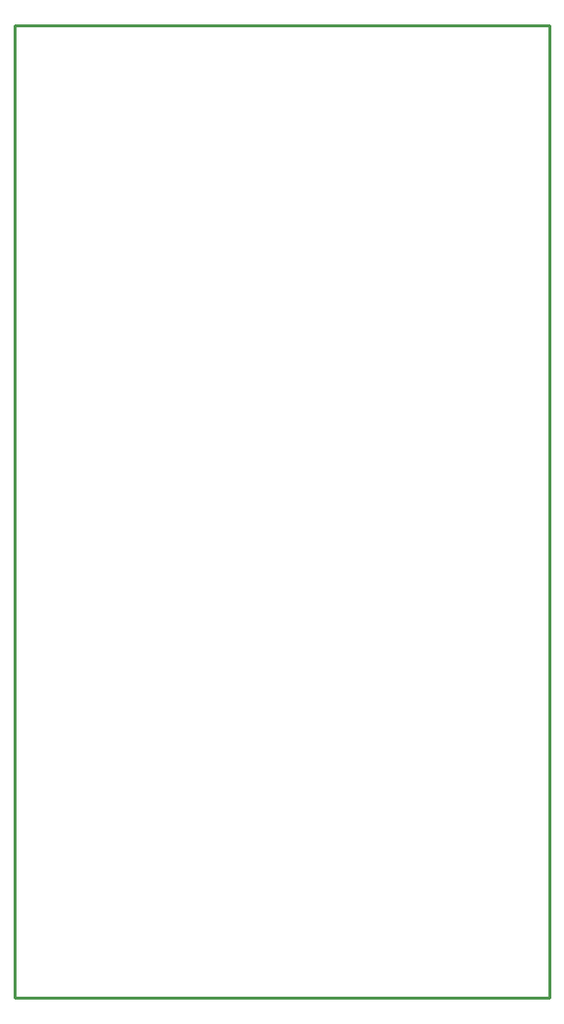
<source format=gko>
G04 Layer_Color=16711935*
%FSLAX25Y25*%
%MOIN*%
G70*
G01*
G75*
%ADD10C,0.01000*%
D10*
X457500Y213000D02*
Y545500D01*
Y213000D02*
X640500D01*
Y545500D01*
X457500D02*
X640500D01*
M02*

</source>
